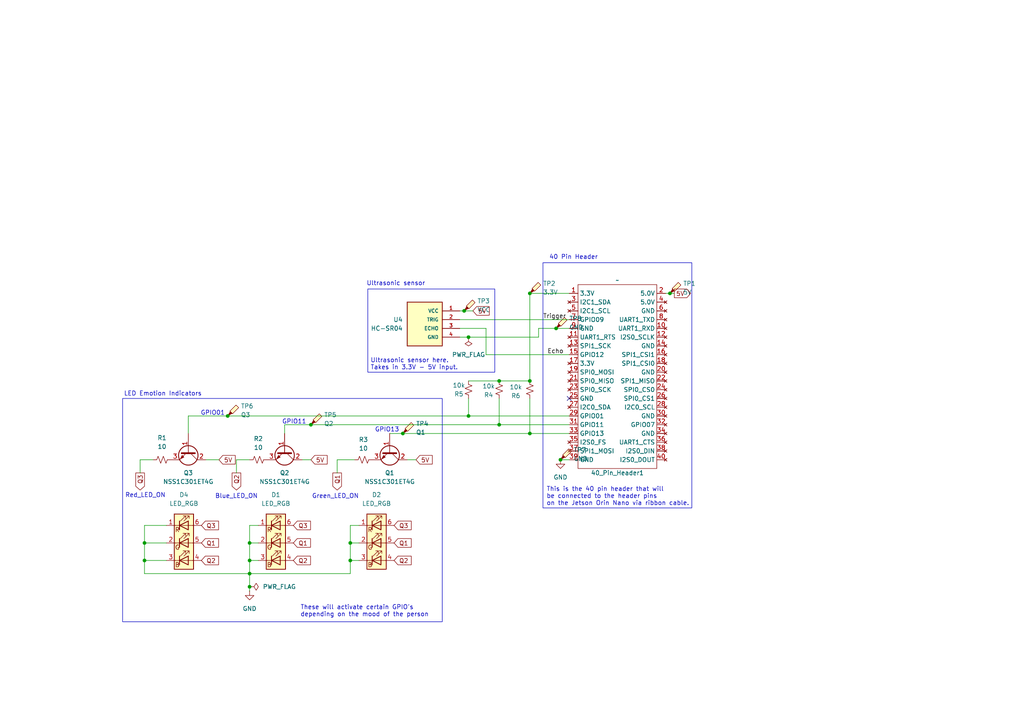
<source format=kicad_sch>
(kicad_sch (version 20231120) (generator "eeschema") (generator_version "8.0")
  (paper "A4")
  (title_block (title "Emotion-Adaptive-Smart-Home") (date "2024-11-06") (rev "4") (company "411 Group 6") (comment 1 "Kamal Smith") (comment 2 "Kilo Bao") (comment 3 "Luan Nguyen") (comment 4 "Samuel Shen"))
  (lib_symbols
    (symbol "Connector:TestPoint_Probe" (pin_numbers hide) (pin_names (offset 0.762) hide)
      (property "Reference" "TP" (at 1.651 5.842 0))
      (property "Value" "TestPoint_Probe" (at 1.651 4.064 0))
      (symbol "TestPoint_Probe_0_1"
        (polyline (pts (xy 1.27 0.762) (xy 0 0) (xy 0.762 1.27) (xy 1.27 0.762)) (fill (type outline)))
        (polyline (pts (xy 1.397 0.635) (xy 0.635 1.397) (xy 2.413 3.175) (xy 3.175 2.413) (xy 1.397 0.635)) (fill (type background)))
      )
      (symbol "TestPoint_Probe_1_1"
        (pin passive line (at 0 0 90) (length 0) (name "1") (number "1"))
      )
    )
    (symbol "Device:LED_RGB" (pin_names (offset 0) hide)
      (property "Reference" "D" (at 0 9.398 0))
      (property "Value" "LED_RGB" (at 0 -8.89 0))
      (symbol "LED_RGB_0_0"
        (text "B" (at -1.905 -6.35 0) (effects (font (size 1.27 1.27))))
        (text "G" (at -1.905 -1.27 0) (effects (font (size 1.27 1.27))))
        (text "R" (at -1.905 3.81 0) (effects (font (size 1.27 1.27))))
      )
      (symbol "LED_RGB_0_1"
        (polyline (pts (xy -1.27 -5.08) (xy -2.54 -5.08)))
        (polyline (pts (xy -1.27 -5.08) (xy 1.27 -5.08)))
        (polyline (pts (xy -1.27 -3.81) (xy -1.27 -6.35)) (stroke (width 0.254)))
        (polyline (pts (xy -1.27 0) (xy -2.54 0)))
        (polyline (pts (xy -1.27 1.27) (xy -1.27 -1.27)) (stroke (width 0.254)))
        (polyline (pts (xy -1.27 5.08) (xy -2.54 5.08)))
        (polyline (pts (xy -1.27 5.08) (xy 1.27 5.08)))
        (polyline (pts (xy -1.27 6.35) (xy -1.27 3.81)) (stroke (width 0.254)))
        (polyline (pts (xy 1.27 -5.08) (xy 2.54 -5.08)))
        (polyline (pts (xy 1.27 0) (xy -1.27 0)))
        (polyline (pts (xy 1.27 0) (xy 2.54 0)))
        (polyline (pts (xy 1.27 5.08) (xy 2.54 5.08)))
        (polyline (pts (xy -1.27 1.27) (xy -1.27 -1.27) (xy -1.27 -1.27)))
        (polyline (pts (xy -1.27 6.35) (xy -1.27 3.81) (xy -1.27 3.81)))
        (polyline (pts (xy 1.27 -3.81) (xy 1.27 -6.35) (xy -1.27 -5.08) (xy 1.27 -3.81)) (stroke (width 0.254)))
        (polyline (pts (xy 1.27 1.27) (xy 1.27 -1.27) (xy -1.27 0) (xy 1.27 1.27)) (stroke (width 0.254)))
        (polyline (pts (xy 1.27 6.35) (xy 1.27 3.81) (xy -1.27 5.08) (xy 1.27 6.35)) (stroke (width 0.254)))
        (polyline (pts (xy -1.016 -3.81) (xy 0.508 -2.286) (xy -0.254 -2.286) (xy 0.508 -2.286) (xy 0.508 -3.048)))
        (polyline (pts (xy -1.016 1.27) (xy 0.508 2.794) (xy -0.254 2.794) (xy 0.508 2.794) (xy 0.508 2.032)))
        (polyline (pts (xy -1.016 6.35) (xy 0.508 7.874) (xy -0.254 7.874) (xy 0.508 7.874) (xy 0.508 7.112)))
        (polyline (pts (xy 0 -3.81) (xy 1.524 -2.286) (xy 0.762 -2.286) (xy 1.524 -2.286) (xy 1.524 -3.048)))
        (polyline (pts (xy 0 1.27) (xy 1.524 2.794) (xy 0.762 2.794) (xy 1.524 2.794) (xy 1.524 2.032)))
        (polyline (pts (xy 0 6.35) (xy 1.524 7.874) (xy 0.762 7.874) (xy 1.524 7.874) (xy 1.524 7.112)))
        (rectangle (start 1.27 -1.27) (end 1.27 1.27))
        (rectangle (start 1.27 1.27) (end 1.27 1.27))
        (rectangle (start 1.27 3.81) (end 1.27 6.35))
        (rectangle (start 1.27 6.35) (end 1.27 6.35))
        (rectangle (start 2.794 8.382) (end -2.794 -7.62) (stroke (width 0.254)) (fill (type background)))
      )
      (symbol "LED_RGB_1_1"
        (pin passive line (at -5.08 5.08 0) (length 2.54) (name "RK") (number "1"))
        (pin passive line (at -5.08 0 0) (length 2.54) (name "GK") (number "2"))
        (pin passive line (at -5.08 -5.08 0) (length 2.54) (name "BK") (number "3"))
        (pin passive line (at 5.08 -5.08 180) (length 2.54) (name "BA") (number "4"))
        (pin passive line (at 5.08 0 180) (length 2.54) (name "GA") (number "5"))
        (pin passive line (at 5.08 5.08 180) (length 2.54) (name "RA") (number "6"))
      )
    )
    (symbol "Device:Q_NPN_BCE" (pin_names (offset 0) hide)
      (property "Reference" "Q3" (at 6.35 0 90))
      (property "Value" "NSS1C301ET4G" (at 8.89 0 90))
      (symbol "Q_NPN_BCE_0_1"
        (polyline (pts (xy 0.635 0.635) (xy 2.54 2.54)))
        (polyline (pts (xy 0.635 -0.635) (xy 2.54 -2.54) (xy 2.54 -2.54)))
        (polyline (pts (xy 0.635 1.905) (xy 0.635 -1.905) (xy 0.635 -1.905)) (stroke (width 0.508)))
        (polyline (pts (xy 1.27 -1.778) (xy 1.778 -1.27) (xy 2.286 -2.286) (xy 1.27 -1.778) (xy 1.27 -1.778)) (fill (type outline)))
        (circle (center 1.27 0) (radius 2.8194) (stroke (width 0.254)))
      )
      (symbol "Q_NPN_BCE_1_1"
        (pin input line (at -5.08 0 0) (length 5.715) (name "B") (number "1"))
        (pin passive line (at 2.54 5.08 270) (length 2.54) (name "C") (number "2"))
        (pin passive line (at 2.54 -5.08 90) (length 2.54) (name "E") (number "3"))
      )
    )
    (symbol "Device:R_Small_US" (pin_numbers hide) (pin_names (offset 0.254) hide)
      (property "Reference" "R1" (at 6.35 0 90))
      (property "Value" "10" (at 3.81 0 90))
      (symbol "R_Small_US_1_1"
        (polyline (pts (xy 0 0) (xy 1.016 -0.381) (xy 0 -0.762) (xy -1.016 -1.143) (xy 0 -1.524)))
        (polyline (pts (xy 0 1.524) (xy 1.016 1.143) (xy 0 0.762) (xy -1.016 0.381) (xy 0 0)))
        (pin passive line (at 0 2.54 270) (length 1.016) (name "~") (number "1"))
        (pin passive line (at 0 -2.54 90) (length 1.016) (name "~") (number "2"))
      )
    )
    (symbol "HC-SR04:HC-SR04" (pin_names (offset 1.016))
      (property "Reference" "U" (at 0 5.0813 0))
      (property "Value" "HC-SR04" (at 0 -10.163 0))
      (symbol "HC-SR04_0_0"
        (rectangle (start 0 -7.62) (end 10.16 5.08) (stroke (width 0.254)) (fill (type background)))
        (pin power_in line (at -5.08 2.54 0) (length 5.08) (name "VCC") (number "1"))
        (pin bidirectional line (at -5.08 0 0) (length 5.08) (name "TRIG") (number "2"))
        (pin bidirectional line (at -5.08 -2.54 0) (length 5.08) (name "ECHO") (number "3"))
        (pin power_in line (at -5.08 -5.08 0) (length 5.08) (name "GND") (number "4"))
      )
    )
    (symbol "JetsonNano40pin_1"
      (property "Reference" "40_Pin_Header" (at 0 44.45 0))
      (property "Value" "~" (at 0 41.91 0))
      (symbol "JetsonNano40pin_1_0_0"
        (pin input line (at -13.97 -10.16 0) (length 2.54) (name "GND") (number "39"))
      )
      (symbol "JetsonNano40pin_1_1_0"
        (pin power_out line (at -13.97 38.1 0) (length 2.54) (name "3.3V") (number "1"))
        (pin no_connect line (at 13.97 27.94 180) (length 2.54) (name "UART1_RXD") (number "10"))
        (pin no_connect line (at -13.97 25.4 0) (length 2.54) (name "UART1_RTS") (number "11"))
        (pin no_connect line (at 13.97 25.4 180) (length 2.54) (name "I2S0_SCLK") (number "12"))
        (pin no_connect line (at -13.97 22.86 0) (length 2.54) (name "SPI1_SCK") (number "13"))
        (pin no_connect line (at 13.97 22.86 180) (length 2.54) (name "GND") (number "14"))
        (pin bidirectional line (at -13.97 20.32 0) (length 2.54) (name "GPIO12") (number "15"))
        (pin no_connect line (at 13.97 20.32 180) (length 2.54) (name "SPI1_CSI1") (number "16"))
        (pin no_connect line (at -13.97 17.78 0) (length 2.54) (name "3.3V") (number "17"))
        (pin no_connect line (at 13.97 17.78 180) (length 2.54) (name "SPI1_CSI0") (number "18"))
        (pin no_connect line (at -13.97 15.24 0) (length 2.54) (name "SPI0_MOSI") (number "19"))
        (pin power_out line (at 13.97 38.1 180) (length 2.54) (name "5.0V") (number "2"))
        (pin no_connect line (at 13.97 15.24 180) (length 2.54) (name "GND") (number "20"))
        (pin no_connect line (at -13.97 12.7 0) (length 2.54) (name "SPI0_MISO") (number "21"))
        (pin no_connect line (at 13.97 12.7 180) (length 2.54) (name "SPI1_MISO") (number "22"))
        (pin no_connect line (at -13.97 10.16 0) (length 2.54) (name "SPI0_SCK") (number "23"))
        (pin no_connect line (at 13.97 10.16 180) (length 2.54) (name "SPI0_CS0") (number "24"))
        (pin input line (at -13.97 7.62 0) (length 2.54) (name "GND") (number "25"))
        (pin no_connect line (at 13.97 7.62 180) (length 2.54) (name "SPI0_CS1") (number "26"))
        (pin no_connect line (at -13.97 5.08 0) (length 2.54) (name "I2C0_SDA") (number "27"))
        (pin no_connect line (at 13.97 5.08 180) (length 2.54) (name "I2C0_SCL") (number "28"))
        (pin bidirectional line (at -13.97 2.54 0) (length 2.54) (name "GPIO01") (number "29"))
        (pin no_connect line (at -13.97 35.56 0) (length 2.54) (name "I2C1_SDA") (number "3"))
        (pin no_connect line (at 13.97 2.54 180) (length 2.54) (name "GND") (number "30"))
        (pin bidirectional line (at -13.97 0 0) (length 2.54) (name "GPIO11") (number "31"))
        (pin no_connect line (at 13.97 0 180) (length 2.54) (name "GPIO07") (number "32"))
        (pin bidirectional line (at -13.97 -2.54 0) (length 2.54) (name "GPIO13") (number "33"))
        (pin no_connect line (at 13.97 -2.54 180) (length 2.54) (name "GND") (number "34"))
        (pin no_connect line (at -13.97 -5.08 0) (length 2.54) (name "I2S0_FS") (number "35"))
        (pin no_connect line (at 13.97 -5.08 180) (length 2.54) (name "UART1_CTS") (number "36"))
        (pin no_connect line (at -13.97 -7.62 0) (length 2.54) (name "SPI1_MOSI") (number "37"))
        (pin no_connect line (at 13.97 -7.62 180) (length 2.54) (name "I2S0_DIN") (number "38"))
        (pin no_connect line (at 13.97 35.56 180) (length 2.54) (name "5.0V") (number "4"))
        (pin no_connect line (at 13.97 -10.16 180) (length 2.54) (name "I2S0_DOUT") (number "40"))
        (pin no_connect line (at -13.97 33.02 0) (length 2.54) (name "I2C1_SCL") (number "5"))
        (pin no_connect line (at 13.97 33.02 180) (length 2.54) (name "GND") (number "6"))
        (pin bidirectional line (at -13.97 30.48 0) (length 2.54) (name "GPIO09") (number "7"))
        (pin no_connect line (at 13.97 30.48 180) (length 2.54) (name "UART1_TXD") (number "8"))
        (pin input line (at -13.97 27.94 0) (length 2.54) (name "GND") (number "9"))
      )
      (symbol "JetsonNano40pin_1_1_1"
        (rectangle (start -11.43 40.64) (end 11.43 -12.7))
      )
    )
    (symbol "Q_NPN_BCE_1" (pin_names (offset 0) hide)
      (property "Reference" "Q2" (at 6.35 0 90))
      (property "Value" "NSS1C301ET4G" (at 8.89 0 90))
      (symbol "Q_NPN_BCE_1_0_1"
        (polyline (pts (xy 0.635 0.635) (xy 2.54 2.54)))
        (polyline (pts (xy 0.635 -0.635) (xy 2.54 -2.54) (xy 2.54 -2.54)))
        (polyline (pts (xy 0.635 1.905) (xy 0.635 -1.905) (xy 0.635 -1.905)) (stroke (width 0.508)))
        (polyline (pts (xy 1.27 -1.778) (xy 1.778 -1.27) (xy 2.286 -2.286) (xy 1.27 -1.778) (xy 1.27 -1.778)) (fill (type outline)))
        (circle (center 1.27 0) (radius 2.8194) (stroke (width 0.254)))
      )
      (symbol "Q_NPN_BCE_1_1_1"
        (pin input line (at -5.08 0 0) (length 5.715) (name "B") (number "1"))
        (pin passive line (at 2.54 5.08 270) (length 2.54) (name "C") (number "2"))
        (pin passive line (at 2.54 -5.08 90) (length 2.54) (name "E") (number "3"))
      )
    )
    (symbol "Q_NPN_BCE_2" (pin_names (offset 0) hide)
      (property "Reference" "Q1" (at 6.35 0 90))
      (property "Value" "NSS1C301ET4G" (at 8.89 0 90))
      (symbol "Q_NPN_BCE_2_0_1"
        (polyline (pts (xy 0.635 0.635) (xy 2.54 2.54)))
        (polyline (pts (xy 0.635 -0.635) (xy 2.54 -2.54) (xy 2.54 -2.54)))
        (polyline (pts (xy 0.635 1.905) (xy 0.635 -1.905) (xy 0.635 -1.905)) (stroke (width 0.508)))
        (polyline (pts (xy 1.27 -1.778) (xy 1.778 -1.27) (xy 2.286 -2.286) (xy 1.27 -1.778) (xy 1.27 -1.778)) (fill (type outline)))
        (circle (center 1.27 0) (radius 2.8194) (stroke (width 0.254)))
      )
      (symbol "Q_NPN_BCE_2_1_1"
        (pin input line (at -5.08 0 0) (length 5.715) (name "B") (number "1"))
        (pin passive line (at 2.54 5.08 270) (length 2.54) (name "C") (number "2"))
        (pin passive line (at 2.54 -5.08 90) (length 2.54) (name "E") (number "3"))
      )
    )
    (symbol "power:GND" (power) (pin_numbers hide) (pin_names (offset 0) hide)
      (property "Value" "GND" (at 0 -3.81 0))
      (symbol "GND_0_1"
        (polyline (pts (xy 0 0) (xy 0 -1.27) (xy 1.27 -1.27) (xy 0 -2.54) (xy -1.27 -1.27) (xy 0 -1.27)))
      )
      (symbol "GND_1_1"
        (pin power_in line (at 0 0 270) (length 0) (name "~") (number "1"))
      )
    )
    (symbol "power:PWR_FLAG" (power) (pin_numbers hide) (pin_names (offset 0) hide)
      (property "Value" "PWR_FLAG" (at 0 3.81 0))
      (symbol "PWR_FLAG_0_0"
        (pin power_out line (at 0 0 90) (length 0) (name "~") (number "1"))
      )
      (symbol "PWR_FLAG_0_1"
        (polyline (pts (xy 0 0) (xy 0 1.27) (xy -1.016 1.905) (xy 0 2.54) (xy 1.016 1.905) (xy 0 1.27)))
      )
    )
  )
  (junction (at 161.29 95.25))
  (junction (at 153.67 85.09))
  (junction (at 144.78 123.19))
  (junction (at 153.67 125.73))
  (junction (at 66.04 120.65))
  (junction (at 72.39 162.56))
  (junction (at 135.89 97.79))
  (junction (at 72.39 157.48))
  (junction (at 41.91 162.56))
  (junction (at 72.39 170.18))
  (junction (at 41.91 157.48))
  (junction (at 101.6 157.48))
  (junction (at 116.84 125.73))
  (junction (at 194.31 85.09))
  (junction (at 134.62 90.17))
  (junction (at 144.78 110.49))
  (junction (at 72.39 166.37))
  (junction (at 162.56 133.35))
  (junction (at 90.17 123.19))
  (junction (at 153.67 110.49))
  (junction (at 135.89 120.65))
  (junction (at 101.6 162.56))
  (no_connect (at 165.1 115.57))
  (wire (pts (xy 133.35 92.71) (xy 165.1 92.71)))
  (wire (pts (xy 133.35 90.17) (xy 134.62 90.17)))
  (wire (pts (xy 41.91 162.56) (xy 41.91 166.37)))
  (wire (pts (xy 41.91 152.4) (xy 41.91 157.48)))
  (wire (pts (xy 82.55 123.19) (xy 82.55 125.73)))
  (wire (pts (xy 41.91 166.37) (xy 72.39 166.37)))
  (wire (pts (xy 135.89 110.49) (xy 144.78 110.49)))
  (wire (pts (xy 133.35 97.79) (xy 135.89 97.79)))
  (wire (pts (xy 134.62 90.17) (xy 137.16 90.17)))
  (wire (pts (xy 72.39 171.45) (xy 72.39 170.18)))
  (wire (pts (xy 40.64 133.35) (xy 44.45 133.35)))
  (wire (pts (xy 68.58 133.35) (xy 72.39 133.35)))
  (wire (pts (xy 140.97 95.25) (xy 140.97 102.87)))
  (wire (pts (xy 135.89 115.57) (xy 135.89 120.65)))
  (wire (pts (xy 113.03 125.73) (xy 116.84 125.73)))
  (wire (pts (xy 72.39 162.56) (xy 74.93 162.56)))
  (wire (pts (xy 74.93 157.48) (xy 72.39 157.48)))
  (wire (pts (xy 90.17 123.19) (xy 144.78 123.19)))
  (wire (pts (xy 101.6 152.4) (xy 101.6 157.48)))
  (wire (pts (xy 193.04 85.09) (xy 194.31 85.09)))
  (wire (pts (xy 153.67 85.09) (xy 165.1 85.09)))
  (wire (pts (xy 54.61 120.65) (xy 66.04 120.65)))
  (wire (pts (xy 118.11 133.35) (xy 120.65 133.35)))
  (wire (pts (xy 87.63 133.35) (xy 90.17 133.35)))
  (wire (pts (xy 153.67 85.09) (xy 153.67 110.49)))
  (wire (pts (xy 153.67 125.73) (xy 165.1 125.73)))
  (wire (pts (xy 194.31 85.09) (xy 195.58 85.09)))
  (wire (pts (xy 104.14 157.48) (xy 101.6 157.48)))
  (wire (pts (xy 140.97 102.87) (xy 165.1 102.87)))
  (wire (pts (xy 156.21 97.79) (xy 156.21 95.25)))
  (wire (pts (xy 59.69 133.35) (xy 63.5 133.35)))
  (wire (pts (xy 101.6 166.37) (xy 72.39 166.37)))
  (wire (pts (xy 54.61 120.65) (xy 54.61 125.73)))
  (wire (pts (xy 74.93 152.4) (xy 72.39 152.4)))
  (wire (pts (xy 135.89 120.65) (xy 165.1 120.65)))
  (wire (pts (xy 162.56 133.35) (xy 165.1 133.35)))
  (wire (pts (xy 82.55 123.19) (xy 90.17 123.19)))
  (wire (pts (xy 68.58 137.16) (xy 68.58 133.35)))
  (wire (pts (xy 97.79 137.16) (xy 97.79 133.35)))
  (wire (pts (xy 101.6 162.56) (xy 101.6 166.37)))
  (wire (pts (xy 41.91 157.48) (xy 41.91 162.56)))
  (wire (pts (xy 156.21 95.25) (xy 161.29 95.25)))
  (wire (pts (xy 133.35 95.25) (xy 140.97 95.25)))
  (wire (pts (xy 41.91 157.48) (xy 48.26 157.48)))
  (wire (pts (xy 72.39 157.48) (xy 72.39 162.56)))
  (wire (pts (xy 40.64 137.16) (xy 40.64 133.35)))
  (wire (pts (xy 101.6 162.56) (xy 104.14 162.56)))
  (wire (pts (xy 161.29 95.25) (xy 165.1 95.25)))
  (wire (pts (xy 116.84 125.73) (xy 153.67 125.73)))
  (wire (pts (xy 48.26 152.4) (xy 41.91 152.4)))
  (wire (pts (xy 72.39 152.4) (xy 72.39 157.48)))
  (wire (pts (xy 144.78 115.57) (xy 144.78 123.19)))
  (wire (pts (xy 41.91 162.56) (xy 48.26 162.56)))
  (wire (pts (xy 135.89 97.79) (xy 156.21 97.79)))
  (wire (pts (xy 101.6 157.48) (xy 101.6 162.56)))
  (wire (pts (xy 144.78 110.49) (xy 153.67 110.49)))
  (wire (pts (xy 104.14 152.4) (xy 101.6 152.4)))
  (wire (pts (xy 72.39 170.18) (xy 72.39 166.37)))
  (wire (pts (xy 144.78 123.19) (xy 165.1 123.19)))
  (wire (pts (xy 153.67 115.57) (xy 153.67 125.73)))
  (wire (pts (xy 66.04 120.65) (xy 135.89 120.65)))
  (wire (pts (xy 72.39 166.37) (xy 72.39 162.56)))
  (wire (pts (xy 97.79 133.35) (xy 102.87 133.35)))
  (rectangle (start 106.68 83.82) (end 143.51 107.95))
  (rectangle (start 35.56 115.57) (end 128.27 180.34))
  (rectangle (start 157.48 76.2) (end 200.66 147.32))
  (text "GPIO11" (at 85.344 122.428 0) (effects (font (size 1.27 1.27))))
  (text "GPIO13" (at 112.268 124.714 0) (effects (font (size 1.27 1.27))))
  (text "This is the 40 pin header that will \nbe connected to the header pins \non the Jetson Orin Nano via ribbon cable.\n" (at 158.496 144.018 0) (effects (font (size 1.27 1.27)) (justify left)))
  (text "Ultrasonic sensor here. \nTakes in 3.3V - 5V input." (at 107.442 105.664 0) (effects (font (size 1.27 1.27)) (justify left)))
  (text "Blue_LED_ON\n\n" (at 68.58 145.034 0) (effects (font (size 1.27 1.27))))
  (text "LED Emotion Indicators" (at 47.244 114.3 0) (effects (font (size 1.27 1.27))))
  (text "Ultrasonic sensor " (at 115.316 82.296 0) (effects (font (size 1.27 1.27))))
  (text "These will activate certain GPIO's\ndepending on the mood of the person" (at 87.122 177.292 0) (effects (font (size 1.27 1.27)) (justify left)))
  (text "Green_LED_ON" (at 97.282 144.018 0) (effects (font (size 1.27 1.27))))
  (text "Red_LED_ON\n\n" (at 42.164 144.78 0) (effects (font (size 1.27 1.27))))
  (text "GPIO01" (at 61.722 119.888 0) (effects (font (size 1.27 1.27))))
  (text "40 Pin Header" (at 166.37 74.676 0) (effects (font (size 1.27 1.27))))
  (label "Echo" (at 158.75 102.87 0))
  (label "Trigger" (at 157.48 92.71 0))
  (global_label "5V" (shape input) (at 120.65 133.35 0) (property "Intersheetrefs" "${INTERSHEET_REFS}" (effects (hide yes))))
  (global_label "Q3" (shape input) (at 85.09 152.4 0) (property "Intersheetrefs" "${INTERSHEET_REFS}" (effects (hide yes))))
  (global_label "Q3" (shape output) (at 40.64 137.16 270) (property "Intersheetrefs" "${INTERSHEET_REFS}" (effects (hide yes))))
  (global_label "Q1" (shape input) (at 58.42 157.48 0) (property "Intersheetrefs" "${INTERSHEET_REFS}" (effects (hide yes))))
  (global_label "Q3" (shape input) (at 114.3 152.4 0) (property "Intersheetrefs" "${INTERSHEET_REFS}" (effects (hide yes))))
  (global_label "5V" (shape output) (at 195.58 85.09 0) (property "Intersheetrefs" "${INTERSHEET_REFS}" (effects (hide yes))))
  (global_label "5V" (shape input) (at 137.16 90.17 0) (property "Intersheetrefs" "${INTERSHEET_REFS}" (effects (hide yes))))
  (global_label "5V" (shape input) (at 63.5 133.35 0) (property "Intersheetrefs" "${INTERSHEET_REFS}" (effects (hide yes))))
  (global_label "Q1" (shape input) (at 85.09 157.48 0) (property "Intersheetrefs" "${INTERSHEET_REFS}" (effects (hide yes))))
  (global_label "Q2" (shape input) (at 114.3 162.56 0) (property "Intersheetrefs" "${INTERSHEET_REFS}" (effects (hide yes))))
  (global_label "Q2" (shape input) (at 58.42 162.56 0) (property "Intersheetrefs" "${INTERSHEET_REFS}" (effects (hide yes))))
  (global_label "Q2" (shape output) (at 68.58 137.16 270) (property "Intersheetrefs" "${INTERSHEET_REFS}" (effects (hide yes))))
  (global_label "5V" (shape input) (at 90.17 133.35 0) (property "Intersheetrefs" "${INTERSHEET_REFS}" (effects (hide yes))))
  (global_label "Q3" (shape input) (at 58.42 152.4 0) (property "Intersheetrefs" "${INTERSHEET_REFS}" (effects (hide yes))))
  (global_label "Q1" (shape input) (at 114.3 157.48 0) (property "Intersheetrefs" "${INTERSHEET_REFS}" (effects (hide yes))))
  (global_label "Q2" (shape input) (at 85.09 162.56 0) (property "Intersheetrefs" "${INTERSHEET_REFS}" (effects (hide yes))))
  (global_label "Q1" (shape output) (at 97.79 137.16 270) (property "Intersheetrefs" "${INTERSHEET_REFS}" (effects (hide yes))))
  (symbol (lib_name "JetsonNano40pin_1") (lib_id "JetsonNano40pin:JetsonNano40pin") (at 179.07 123.19 0) (unit 1)
    (property "Reference" "40_Pin_Header1" (at 179.07 137.16 0))
    (property "Value" "~" (at 179.07 81.28 0))
    (property "Footprint" "Connector_PinHeader_2.54mm:PinHeader_2x40_P2.54mm_Vertical" (effects (hide yes)))
  )
  (symbol (lib_id "Connector:TestPoint_Probe") (at 153.67 85.09 0) (unit 1)
    (property "Reference" "TP2" (at 157.48 82.2324 0) (effects (justify left)))
    (property "Value" "3.3V" (at 157.48 84.7724 0) (effects (justify left)))
    (property "Footprint" "TestPoint:TestPoint_Pad_1.0x1.0mm" (effects (hide yes)))
    (property "Description" "test point (alternative probe-style design)" (effects (hide yes)))
  )
  (symbol (lib_id "Device:LED_RGB") (at 80.01 157.48 0) (unit 1)
    (property "Reference" "D1" (at 80.01 143.51 0))
    (property "Value" "LED_RGB" (at 80.01 146.05 0))
    (property "Footprint" "LED_SMD:LED_RGB_5050-6" (effects (hide yes)))
    (property "Description" "RGB LED, 6 pin package" (effects (hide yes)))
  )
  (symbol (lib_id "Device:R_Small_US") (at 74.93 133.35 90) (unit 1)
    (property "Reference" "R2" (at 74.93 127.254 90))
    (property "Value" "10" (at 74.93 129.794 90))
    (property "Footprint" "Resistor_THT:R_Axial_DIN0411_L9.9mm_D3.6mm_P5.08mm_Vertical" (effects (hide yes)))
    (property "Description" "Resistor, small US symbol" (effects (hide yes)))
  )
  (symbol (lib_id "Device:R_Small_US") (at 153.67 113.03 0) (unit 1)
    (property "Reference" "R6" (at 149.606 114.808 0))
    (property "Value" "10k" (at 149.606 112.268 0))
    (property "Footprint" "Resistor_THT:R_Axial_DIN0411_L9.9mm_D3.6mm_P5.08mm_Vertical" (effects (hide yes)))
    (property "Description" "Resistor, small US symbol" (effects (hide yes)))
  )
  (symbol (lib_id "Connector:TestPoint_Probe") (at 161.29 95.25 0) (unit 1)
    (property "Reference" "TP8" (at 165.1 92.3924 0) (effects (justify left)))
    (property "Value" "GND" (at 165.1 94.9324 0) (effects (justify left)))
    (property "Footprint" "TestPoint:TestPoint_Pad_1.0x1.0mm" (effects (hide yes)))
    (property "Description" "test point (alternative probe-style design)" (effects (hide yes)))
  )
  (symbol (lib_id "Device:Q_NPN_BCE") (at 54.61 130.81 270) (unit 1)
    (property "Reference" "Q3" (at 54.61 137.16 90))
    (property "Value" "NSS1C301ET4G" (at 54.61 139.7 90))
    (property "Footprint" "NSS1C301ET4G:DPAK-4_6P22X6P73_ONS" (effects (hide yes)))
    (property "Description" "NPN transistor, base/collector/emitter" (effects (hide yes)))
  )
  (symbol (lib_id "Connector:TestPoint_Probe") (at 66.04 120.65 0) (unit 1)
    (property "Reference" "TP6" (at 69.85 117.7924 0) (effects (justify left)))
    (property "Value" "Q3" (at 69.85 120.3324 0) (effects (justify left)))
    (property "Footprint" "TestPoint:TestPoint_Pad_1.0x1.0mm" (effects (hide yes)))
    (property "Description" "test point (alternative probe-style design)" (effects (hide yes)))
  )
  (symbol (lib_id "power:PWR_FLAG") (at 135.89 97.79 180) (unit 1)
    (property "Reference" "#FLG02" (effects (hide yes)))
    (property "Value" "PWR_FLAG" (at 135.89 102.87 0))
    (property "Description" "Special symbol for telling ERC where power comes from" (effects (hide yes)))
  )
  (symbol (lib_id "Connector:TestPoint_Probe") (at 90.17 123.19 0) (unit 1)
    (property "Reference" "TP5" (at 93.98 120.3324 0) (effects (justify left)))
    (property "Value" "Q2" (at 93.98 122.8724 0) (effects (justify left)))
    (property "Footprint" "TestPoint:TestPoint_Pad_1.0x1.0mm" (effects (hide yes)))
    (property "Description" "test point (alternative probe-style design)" (effects (hide yes)))
  )
  (symbol (lib_id "Device:LED_RGB") (at 109.22 157.48 0) (unit 1)
    (property "Reference" "D2" (at 109.22 143.51 0))
    (property "Value" "LED_RGB" (at 109.22 146.05 0))
    (property "Footprint" "LED_SMD:LED_RGB_5050-6" (effects (hide yes)))
    (property "Description" "RGB LED, 6 pin package" (effects (hide yes)))
  )
  (symbol (lib_id "Device:R_Small_US") (at 105.41 133.35 90) (unit 1)
    (property "Reference" "R3" (at 105.41 127.508 90))
    (property "Value" "10" (at 105.41 130.048 90))
    (property "Footprint" "Resistor_THT:R_Axial_DIN0411_L9.9mm_D3.6mm_P5.08mm_Vertical" (effects (hide yes)))
    (property "Description" "Resistor, small US symbol" (effects (hide yes)))
  )
  (symbol (lib_id "Connector:TestPoint_Probe") (at 162.56 133.35 0) (unit 1)
    (property "Reference" "TP7" (at 166.37 130.4924 0) (effects (justify left)))
    (property "Value" "GND" (at 166.37 133.0324 0) (effects (justify left)))
    (property "Footprint" "TestPoint:TestPoint_Pad_1.0x1.0mm" (effects (hide yes)))
    (property "Description" "test point (alternative probe-style design)" (effects (hide yes)))
  )
  (symbol (lib_id "Connector:TestPoint_Probe") (at 134.62 90.17 0) (unit 1)
    (property "Reference" "TP3" (at 138.43 87.3124 0) (effects (justify left)))
    (property "Value" "VCC" (at 138.43 89.8524 0) (effects (justify left)))
    (property "Footprint" "TestPoint:TestPoint_Pad_1.0x1.0mm" (effects (hide yes)))
    (property "Description" "test point (alternative probe-style design)" (effects (hide yes)))
  )
  (symbol (lib_id "Device:LED_RGB") (at 53.34 157.48 0) (unit 1)
    (property "Reference" "D4" (at 53.34 143.51 0))
    (property "Value" "LED_RGB" (at 53.34 146.05 0))
    (property "Footprint" "LED_SMD:LED_RGB_5050-6" (effects (hide yes)))
    (property "Description" "RGB LED, 6 pin package" (effects (hide yes)))
  )
  (symbol (lib_id "Device:R_Small_US") (at 46.99 133.35 90) (unit 1)
    (property "Reference" "R1" (at 46.99 127 90))
    (property "Value" "10" (at 46.99 129.54 90))
    (property "Footprint" "Resistor_THT:R_Axial_DIN0411_L9.9mm_D3.6mm_P5.08mm_Vertical" (effects (hide yes)))
    (property "Description" "Resistor, small US symbol" (effects (hide yes)))
  )
  (symbol (lib_id "HC-SR04:HC-SR04") (at 128.27 92.71 0) (mirror y) (unit 1)
    (property "Reference" "U4" (at 116.84 92.7099 0) (effects (justify left)))
    (property "Value" "HC-SR04" (at 116.84 95.2499 0) (effects (justify left)))
    (property "Footprint" "Connector_PinSocket_2.54mm:PinSocket_1x04_P2.54mm_Vertical" (effects (hide yes)))
    (property "MF" "SparkFun Electronics" (effects (hide yes)))
    (property "Description_1" "\n                        \n                            HC-SR04 Ultrasonic Sensor Qwiic Platform Evaluation Expansion Board\n                        \n" (effects (hide yes)))
    (property "Package" "None" (effects (hide yes)))
    (property "Price" "None" (effects (hide yes)))
    (property "Check_prices" "https://www.snapeda.com/parts/HC-SR04/SparkFun+Electronics/view-part/?ref=eda" (effects (hide yes)))
    (property "SnapEDA_Link" "https://www.snapeda.com/parts/HC-SR04/SparkFun+Electronics/view-part/?ref=snap" (effects (hide yes)))
    (property "MP" "HC-SR04" (effects (hide yes)))
    (property "Availability" "Not in stock" (effects (hide yes)))
    (property "MANUFACTURER" "Osepp" (effects (hide yes)))
  )
  (symbol (lib_id "power:GND") (at 162.56 133.35 0) (unit 1)
    (property "Reference" "#PWR017" (effects (hide yes)))
    (property "Value" "GND" (at 162.56 138.43 0))
    (property "Description" "Power symbol creates a global label with name \"GND\" , ground" (effects (hide yes)))
  )
  (symbol (lib_id "Device:R_Small_US") (at 144.78 113.03 0) (unit 1)
    (property "Reference" "R4" (at 141.732 114.554 0))
    (property "Value" "10k" (at 141.732 112.014 0))
    (property "Footprint" "Resistor_THT:R_Axial_DIN0411_L9.9mm_D3.6mm_P5.08mm_Vertical" (effects (hide yes)))
    (property "Description" "Resistor, small US symbol" (effects (hide yes)))
  )
  (symbol (lib_id "Device:R_Small_US") (at 135.89 113.03 0) (unit 1)
    (property "Reference" "R5" (at 133.096 114.3 0))
    (property "Value" "10k" (at 133.096 111.76 0))
    (property "Footprint" "Resistor_THT:R_Axial_DIN0411_L9.9mm_D3.6mm_P5.08mm_Vertical" (effects (hide yes)))
    (property "Description" "Resistor, small US symbol" (effects (hide yes)))
  )
  (symbol (lib_name "Q_NPN_BCE_1") (lib_id "Device:Q_NPN_BCE") (at 82.55 130.81 270) (unit 1)
    (property "Reference" "Q2" (at 82.55 137.16 90))
    (property "Value" "NSS1C301ET4G" (at 82.55 139.7 90))
    (property "Footprint" "NSS1C301ET4G:DPAK-4_6P22X6P73_ONS" (effects (hide yes)))
    (property "Description" "NPN transistor, base/collector/emitter" (effects (hide yes)))
  )
  (symbol (lib_id "power:PWR_FLAG") (at 72.39 170.18 270) (unit 1)
    (property "Reference" "#FLG01" (effects (hide yes)))
    (property "Value" "PWR_FLAG" (at 76.2 170.1799 90) (effects (justify left)))
    (property "Description" "Special symbol for telling ERC where power comes from" (effects (hide yes)))
  )
  (symbol (lib_name "Q_NPN_BCE_2") (lib_id "Device:Q_NPN_BCE") (at 113.03 130.81 270) (unit 1)
    (property "Reference" "Q1" (at 113.03 137.16 90))
    (property "Value" "NSS1C301ET4G" (at 113.03 139.7 90))
    (property "Footprint" "NSS1C301ET4G:DPAK-4_6P22X6P73_ONS" (effects (hide yes)))
    (property "Description" "NPN transistor, base/collector/emitter" (effects (hide yes)))
  )
  (symbol (lib_id "power:GND") (at 72.39 171.45 0) (unit 1)
    (property "Reference" "#PWR01" (effects (hide yes)))
    (property "Value" "GND" (at 72.39 176.53 0))
    (property "Description" "Power symbol creates a global label with name \"GND\" , ground" (effects (hide yes)))
  )
  (symbol (lib_id "Connector:TestPoint_Probe") (at 194.31 85.09 0) (unit 1)
    (property "Reference" "TP1" (at 198.12 82.2324 0) (effects (justify left)))
    (property "Value" "5V" (at 198.12 84.7724 0) (effects (justify left)))
    (property "Footprint" "TestPoint:TestPoint_Pad_1.0x1.0mm" (effects (hide yes)))
    (property "Description" "test point (alternative probe-style design)" (effects (hide yes)))
  )
  (symbol (lib_id "Connector:TestPoint_Probe") (at 116.84 125.73 0) (unit 1)
    (property "Reference" "TP4" (at 120.65 122.8724 0) (effects (justify left)))
    (property "Value" "Q1" (at 120.65 125.4124 0) (effects (justify left)))
    (property "Footprint" "TestPoint:TestPoint_Pad_1.0x1.0mm" (effects (hide yes)))
    (property "Description" "test point (alternative probe-style design)" (effects (hide yes)))
  )
)
</source>
